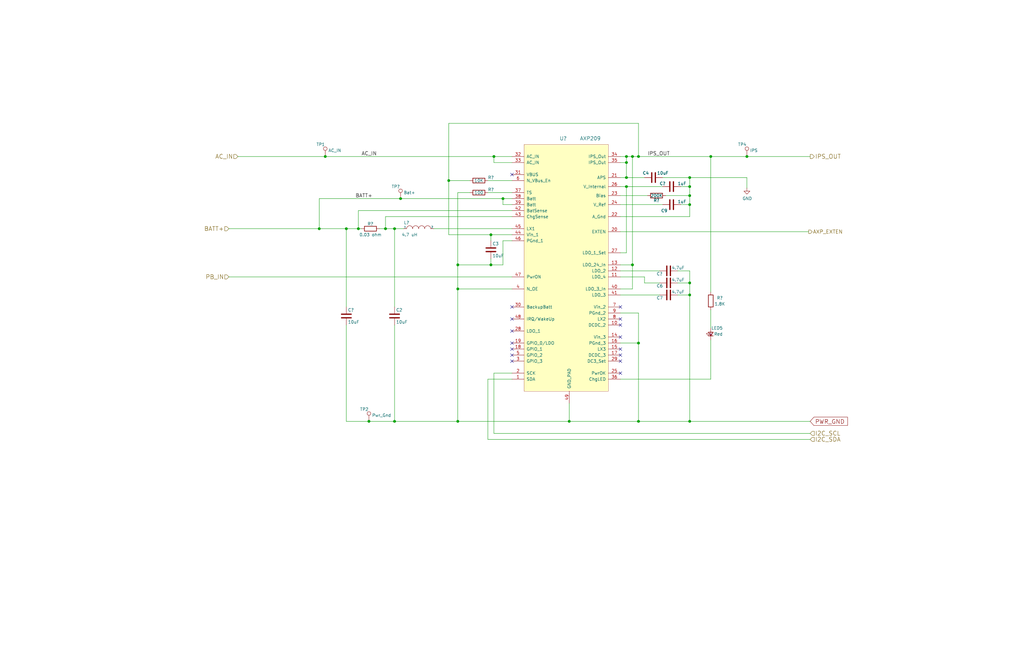
<source format=kicad_sch>
(kicad_sch (version 20211123) (generator eeschema)
  (paper "B")
  (title_block (title "ConnectBox CM4 for China Case ") (date "2022-07-24") (rev "1.8.4") (comment 1 "JRA"))
  (lib_symbols
    (symbol "Connector:TestPoint" (pin_numbers hide) (pin_names (offset 0.762) hide)
      (property "Reference" "TP" (at 0 6.858 0))
      (property "Value" "TestPoint" (at 0 5.08 0))
      (symbol "TestPoint_0_1"
        (circle (center 0 3.302) (radius 0.762))
      )
      (symbol "TestPoint_1_1"
        (pin passive line (at 0 0 90) (length 2.54) (name "1") (number "1"))
      )
    )
    (symbol "Custom_1:AXP209" (pin_names (offset 1.016))
      (property "Reference" "U" (at -6.35 40.64 0))
      (property "Value" "AXP209" (at 5.08 40.64 0))
      (symbol "AXP209_0_1"
        (rectangle (start -22.86 38.1) (end 12.7 -66.04) (stroke (width 0.0254)) (fill (type background)))
      )
      (symbol "AXP209_1_1"
        (pin input line (at -27.94 -60.96 0) (length 5.08) (name "SDA") (number "1"))
        (pin input line (at 17.78 -38.1 180) (length 5.08) (name "DCDC_2") (number "10"))
        (pin input line (at 17.78 -17.78 180) (length 5.08) (name "LDO_4") (number "11"))
        (pin input line (at 17.78 -15.24 180) (length 5.08) (name "LDO_2") (number "12"))
        (pin input line (at 17.78 -12.7 180) (length 5.08) (name "LDO_24_In") (number "13"))
        (pin input line (at 17.78 -43.18 180) (length 5.08) (name "Vin_3") (number "14"))
        (pin input line (at 17.78 -48.26 180) (length 5.08) (name "LX3") (number "15"))
        (pin input line (at 17.78 -45.72 180) (length 5.08) (name "PGnd_3") (number "16"))
        (pin input line (at 17.78 -50.8 180) (length 5.08) (name "DCDC_3") (number "17"))
        (pin input line (at -27.94 -48.26 0) (length 5.08) (name "GPIO_1") (number "18"))
        (pin input line (at -27.94 -45.72 0) (length 5.08) (name "GPIO_0/LDO") (number "19"))
        (pin input line (at -27.94 -58.42 0) (length 5.08) (name "SCK") (number "2"))
        (pin output line (at 17.78 1.27 180) (length 5.08) (name "EXTEN") (number "20"))
        (pin input line (at 17.78 24.13 180) (length 5.08) (name "APS") (number "21"))
        (pin input line (at 17.78 7.62 180) (length 5.08) (name "A_Gnd") (number "22"))
        (pin input line (at 17.78 16.51 180) (length 5.08) (name "Bias") (number "23"))
        (pin input line (at 17.78 12.7 180) (length 5.08) (name "V_Ref") (number "24"))
        (pin input line (at 17.78 -58.42 180) (length 5.08) (name "PwrOK") (number "25"))
        (pin input line (at 17.78 20.32 180) (length 5.08) (name "V_Internal") (number "26"))
        (pin input line (at 17.78 -7.62 180) (length 5.08) (name "LDO_1_Set") (number "27"))
        (pin input line (at -27.94 -40.64 0) (length 5.08) (name "LDO_1") (number "28"))
        (pin input line (at 17.78 -53.34 180) (length 5.08) (name "DC3_Set") (number "29"))
        (pin input line (at -27.94 -53.34 0) (length 5.08) (name "GPIO_3") (number "3"))
        (pin input line (at -27.94 -30.48 0) (length 5.08) (name "BackupBatt") (number "30"))
        (pin input line (at -27.94 25.4 0) (length 5.08) (name "VBUS") (number "31"))
        (pin input line (at -27.94 33.02 0) (length 5.08) (name "AC_IN") (number "32"))
        (pin input line (at -27.94 30.48 0) (length 5.08) (name "AC_IN") (number "33"))
        (pin input line (at 17.78 33.02 180) (length 5.08) (name "IPS_Out") (number "34"))
        (pin input line (at 17.78 30.48 180) (length 5.08) (name "IPS_Out") (number "35"))
        (pin input line (at 17.78 -60.96 180) (length 5.08) (name "ChgLED") (number "36"))
        (pin input line (at -27.94 17.78 0) (length 5.08) (name "TS") (number "37"))
        (pin input line (at -27.94 15.24 0) (length 5.08) (name "Batt") (number "38"))
        (pin input line (at -27.94 12.7 0) (length 5.08) (name "Batt") (number "39"))
        (pin input line (at -27.94 -22.86 0) (length 5.08) (name "N_OE") (number "4"))
        (pin input line (at 17.78 -22.86 180) (length 5.08) (name "LDO_3_In") (number "40"))
        (pin input line (at 17.78 -25.4 180) (length 5.08) (name "LDO_3") (number "41"))
        (pin input line (at -27.94 10.16 0) (length 5.08) (name "BatSense") (number "42"))
        (pin input line (at -27.94 7.62 0) (length 5.08) (name "ChgSense") (number "43"))
        (pin input line (at -27.94 0 0) (length 5.08) (name "Vin_1") (number "44"))
        (pin input line (at -27.94 2.54 0) (length 5.08) (name "LX1") (number "45"))
        (pin input line (at -27.94 -2.54 0) (length 5.08) (name "PGnd_1") (number "46"))
        (pin input line (at -27.94 -17.78 0) (length 5.08) (name "PwrON") (number "47"))
        (pin input line (at -27.94 -35.56 0) (length 5.08) (name "IRQ/WakeUp") (number "48"))
        (pin input line (at -3.81 -71.12 90) (length 5.08) (name "GND_PAD") (number "49"))
        (pin input line (at -27.94 -50.8 0) (length 5.08) (name "GPIO_2") (number "5"))
        (pin input line (at -27.94 22.86 0) (length 5.08) (name "N_VBus_En") (number "6"))
        (pin input line (at 17.78 -30.48 180) (length 5.08) (name "Vin_2") (number "7"))
        (pin input line (at 17.78 -35.56 180) (length 5.08) (name "LX2") (number "8"))
        (pin input line (at 17.78 -33.02 180) (length 5.08) (name "PGnd_2") (number "9"))
      )
    )
    (symbol "Custom_1:INDUCTOR" (pin_numbers hide) (pin_names (offset 0))
      (property "Reference" "L" (at 0 2.54 0))
      (property "Value" "INDUCTOR" (at 0 -1.27 0))
      (symbol "INDUCTOR_0_1"
        (arc (start -2.54 0) (mid -3.81 1.27) (end -5.08 0))
        (arc (start 0 0) (mid -1.27 1.27) (end -2.54 0))
        (arc (start 2.54 0) (mid 1.27 1.27) (end 0 0))
        (arc (start 5.08 0) (mid 3.81 1.27) (end 2.54 0))
      )
      (symbol "INDUCTOR_1_1"
        (pin input line (at -6.35 0 0) (length 1.27) (name "1") (number "1"))
        (pin input line (at 6.35 0 180) (length 1.27) (name "2") (number "2"))
      )
    )
    (symbol "Device:C" (pin_numbers hide) (pin_names (offset 0.254))
      (property "Reference" "C" (at 0.635 2.54 0))
      (property "Value" "C" (at 0.635 -2.54 0))
      (symbol "C_0_1"
        (polyline (pts (xy -2.032 -0.762) (xy 2.032 -0.762)) (stroke (width 0.508)))
        (polyline (pts (xy -2.032 0.762) (xy 2.032 0.762)) (stroke (width 0.508)))
      )
      (symbol "C_1_1"
        (pin passive line (at 0 3.81 270) (length 2.794) (name "~") (number "1"))
        (pin passive line (at 0 -3.81 90) (length 2.794) (name "~") (number "2"))
      )
    )
    (symbol "Device:LED_Small" (pin_numbers hide) (pin_names (offset 0.254) hide)
      (property "Reference" "D" (at -1.27 3.175 0))
      (property "Value" "LED_Small" (at -4.445 -2.54 0))
      (symbol "LED_Small_0_1"
        (polyline (pts (xy -0.762 -1.016) (xy -0.762 1.016)) (stroke (width 0.254)))
        (polyline (pts (xy 1.016 0) (xy -0.762 0)))
        (polyline (pts (xy 0.762 -1.016) (xy -0.762 0) (xy 0.762 1.016) (xy 0.762 -1.016)) (stroke (width 0.254)))
        (polyline (pts (xy 0 0.762) (xy -0.508 1.27) (xy -0.254 1.27) (xy -0.508 1.27) (xy -0.508 1.016)))
        (polyline (pts (xy 0.508 1.27) (xy 0 1.778) (xy 0.254 1.778) (xy 0 1.778) (xy 0 1.524)))
      )
      (symbol "LED_Small_1_1"
        (pin passive line (at -2.54 0 0) (length 1.778) (name "K") (number "1"))
        (pin passive line (at 2.54 0 180) (length 1.778) (name "A") (number "2"))
      )
    )
    (symbol "Device:R" (pin_numbers hide) (pin_names (offset 0))
      (property "Reference" "R" (at 2.032 0 90))
      (property "Value" "R" (at 0 0 90))
      (symbol "R_0_1"
        (rectangle (start -1.016 -2.54) (end 1.016 2.54) (stroke (width 0.254)))
      )
      (symbol "R_1_1"
        (pin passive line (at 0 3.81 270) (length 1.27) (name "~") (number "1"))
        (pin passive line (at 0 -3.81 90) (length 1.27) (name "~") (number "2"))
      )
    )
    (symbol "power:GND" (power) (pin_names (offset 0))
      (property "Value" "GND" (at 0 -3.81 0))
      (symbol "GND_0_1"
        (polyline (pts (xy 0 0) (xy 0 -1.27) (xy 1.27 -1.27) (xy 0 -2.54) (xy -1.27 -1.27) (xy 0 -1.27)))
      )
      (symbol "GND_1_1"
        (pin power_in line (at 0 0 270) (length 0) hide (name "GND") (number "1"))
      )
    )
  )
  (junction (at 264.16 68.58) (diameter 1.016))
  (junction (at 290.83 78.74) (diameter 1.016))
  (junction (at 266.7 66.04) (diameter 1.016))
  (junction (at 166.37 177.8) (diameter 1.016))
  (junction (at 290.83 124.46) (diameter 1.016))
  (junction (at 162.56 96.52) (diameter 1.016))
  (junction (at 193.04 177.8) (diameter 1.016))
  (junction (at 264.16 78.74) (diameter 1.016))
  (junction (at 155.575 177.8) (diameter 1.016))
  (junction (at 134.62 96.52) (diameter 1.016))
  (junction (at 266.7 111.76) (diameter 1.016))
  (junction (at 290.83 119.38) (diameter 1.016))
  (junction (at 212.09 83.82) (diameter 1.016))
  (junction (at 269.24 66.04) (diameter 1.016))
  (junction (at 189.23 76.2) (diameter 1.016))
  (junction (at 290.83 177.8) (diameter 1.016))
  (junction (at 207.01 99.06) (diameter 1.016))
  (junction (at 264.16 66.04) (diameter 1.016))
  (junction (at 137.16 66.04) (diameter 1.016))
  (junction (at 290.83 74.93) (diameter 1.016))
  (junction (at 240.03 177.8) (diameter 1.016))
  (junction (at 290.83 82.55) (diameter 1.016))
  (junction (at 299.72 66.04) (diameter 1.016))
  (junction (at 166.37 96.52) (diameter 1.016))
  (junction (at 264.16 74.93) (diameter 1.016))
  (junction (at 207.01 111.76) (diameter 1.016))
  (junction (at 208.28 66.04) (diameter 1.016))
  (junction (at 269.24 177.8) (diameter 1.016))
  (junction (at 151.13 96.52) (diameter 1.016))
  (junction (at 269.24 144.78) (diameter 1.016))
  (junction (at 168.91 83.82) (diameter 1.016))
  (junction (at 193.04 121.92) (diameter 1.016))
  (junction (at 193.04 111.76) (diameter 1.016))
  (junction (at 290.83 86.36) (diameter 1.016))
  (junction (at 146.05 96.52) (diameter 1.016))
  (junction (at 314.96 66.04) (diameter 1.016))
  (no_connect (at 215.9 129.54))
  (no_connect (at 261.62 134.62))
  (no_connect (at 261.62 142.24))
  (no_connect (at 215.9 73.66))
  (no_connect (at 215.9 149.86))
  (no_connect (at 261.62 147.32))
  (no_connect (at 261.62 129.54))
  (no_connect (at 215.9 144.78))
  (no_connect (at 215.9 147.32))
  (no_connect (at 215.9 139.7))
  (no_connect (at 261.62 157.48))
  (no_connect (at 261.62 152.4))
  (no_connect (at 261.62 137.16))
  (no_connect (at 215.9 152.4))
  (no_connect (at 215.9 134.62))
  (no_connect (at 261.62 149.86))
  (wire (pts (xy 151.13 88.9) (xy 215.9 88.9)))
  (wire (pts (xy 134.62 83.82) (xy 168.91 83.82)))
  (wire (pts (xy 146.05 129.54) (xy 146.05 96.52)))
  (wire (pts (xy 212.09 111.76) (xy 207.01 111.76)))
  (wire (pts (xy 193.04 121.92) (xy 215.9 121.92)))
  (wire (pts (xy 208.28 66.04) (xy 215.9 66.04)))
  (wire (pts (xy 207.01 111.76) (xy 193.04 111.76)))
  (wire (pts (xy 261.62 116.84) (xy 271.78 116.84)))
  (wire (pts (xy 266.7 121.92) (xy 261.62 121.92)))
  (wire (pts (xy 215.9 101.6) (xy 212.09 101.6)))
  (wire (pts (xy 261.62 78.74) (xy 264.16 78.74)))
  (wire (pts (xy 299.72 130.81) (xy 299.72 138.43)))
  (wire (pts (xy 264.16 68.58) (xy 264.16 74.93)))
  (wire (pts (xy 271.78 116.84) (xy 271.78 119.38)))
  (wire (pts (xy 189.23 52.07) (xy 189.23 76.2)))
  (wire (pts (xy 215.9 68.58) (xy 208.28 68.58)))
  (wire (pts (xy 261.62 106.68) (xy 264.16 106.68)))
  (wire (pts (xy 198.12 81.28) (xy 193.04 81.28)))
  (wire (pts (xy 155.575 177.8) (xy 146.05 177.8)))
  (wire (pts (xy 166.37 177.8) (xy 155.575 177.8)))
  (wire (pts (xy 193.04 81.28) (xy 193.04 111.76)))
  (wire (pts (xy 290.83 74.93) (xy 314.96 74.93)))
  (wire (pts (xy 314.96 74.93) (xy 314.96 79.375)))
  (wire (pts (xy 279.4 86.36) (xy 261.62 86.36)))
  (wire (pts (xy 261.62 91.44) (xy 290.83 91.44)))
  (wire (pts (xy 290.83 119.38) (xy 290.83 124.46)))
  (wire (pts (xy 193.04 121.92) (xy 193.04 177.8)))
  (wire (pts (xy 279.4 74.93) (xy 290.83 74.93)))
  (wire (pts (xy 269.24 177.8) (xy 240.03 177.8)))
  (wire (pts (xy 285.75 114.3) (xy 290.83 114.3)))
  (wire (pts (xy 162.56 91.44) (xy 162.56 96.52)))
  (wire (pts (xy 269.24 177.8) (xy 290.83 177.8)))
  (wire (pts (xy 261.62 82.55) (xy 273.05 82.55)))
  (wire (pts (xy 299.72 66.04) (xy 299.72 123.19)))
  (wire (pts (xy 285.75 124.46) (xy 290.83 124.46)))
  (wire (pts (xy 96.52 96.52) (xy 134.62 96.52)))
  (wire (pts (xy 162.56 96.52) (xy 166.37 96.52)))
  (wire (pts (xy 264.16 74.93) (xy 271.78 74.93)))
  (wire (pts (xy 205.74 76.2) (xy 215.9 76.2)))
  (wire (pts (xy 208.28 157.48) (xy 208.28 182.88)))
  (wire (pts (xy 208.28 182.88) (xy 341.63 182.88)))
  (wire (pts (xy 215.9 157.48) (xy 208.28 157.48)))
  (wire (pts (xy 189.23 76.2) (xy 189.23 99.06)))
  (wire (pts (xy 151.13 96.52) (xy 151.13 88.9)))
  (wire (pts (xy 261.62 114.3) (xy 278.13 114.3)))
  (wire (pts (xy 290.83 86.36) (xy 287.02 86.36)))
  (wire (pts (xy 166.37 177.8) (xy 193.04 177.8)))
  (wire (pts (xy 290.83 78.74) (xy 290.83 82.55)))
  (wire (pts (xy 207.01 111.76) (xy 207.01 109.22)))
  (wire (pts (xy 290.83 74.93) (xy 290.83 78.74)))
  (wire (pts (xy 269.24 52.07) (xy 269.24 66.04)))
  (wire (pts (xy 290.83 78.74) (xy 287.02 78.74)))
  (wire (pts (xy 266.7 111.76) (xy 266.7 121.92)))
  (wire (pts (xy 198.12 76.2) (xy 189.23 76.2)))
  (wire (pts (xy 207.01 99.06) (xy 215.9 99.06)))
  (wire (pts (xy 290.83 124.46) (xy 290.83 177.8)))
  (wire (pts (xy 205.74 81.28) (xy 215.9 81.28)))
  (wire (pts (xy 261.62 111.76) (xy 266.7 111.76)))
  (wire (pts (xy 290.83 114.3) (xy 290.83 119.38)))
  (wire (pts (xy 261.62 124.46) (xy 278.13 124.46)))
  (wire (pts (xy 137.16 66.04) (xy 208.28 66.04)))
  (wire (pts (xy 269.24 66.04) (xy 299.72 66.04)))
  (wire (pts (xy 168.91 83.82) (xy 212.09 83.82)))
  (wire (pts (xy 266.7 66.04) (xy 266.7 111.76)))
  (wire (pts (xy 151.13 96.52) (xy 152.4 96.52)))
  (wire (pts (xy 100.33 66.04) (xy 137.16 66.04)))
  (wire (pts (xy 189.23 52.07) (xy 269.24 52.07)))
  (wire (pts (xy 290.83 82.55) (xy 290.83 86.36)))
  (wire (pts (xy 264.16 106.68) (xy 264.16 78.74)))
  (wire (pts (xy 215.9 116.84) (xy 96.52 116.84)))
  (wire (pts (xy 166.37 96.52) (xy 166.37 129.54)))
  (wire (pts (xy 261.62 74.93) (xy 264.16 74.93)))
  (wire (pts (xy 166.37 96.52) (xy 170.18 96.52)))
  (wire (pts (xy 261.62 160.02) (xy 299.72 160.02)))
  (wire (pts (xy 193.04 177.8) (xy 240.03 177.8)))
  (wire (pts (xy 212.09 83.82) (xy 215.9 83.82)))
  (wire (pts (xy 290.83 82.55) (xy 280.67 82.55)))
  (wire (pts (xy 208.28 68.58) (xy 208.28 66.04)))
  (wire (pts (xy 134.62 96.52) (xy 146.05 96.52)))
  (wire (pts (xy 212.09 101.6) (xy 212.09 111.76)))
  (wire (pts (xy 299.72 143.51) (xy 299.72 160.02)))
  (wire (pts (xy 146.05 137.16) (xy 146.05 177.8)))
  (wire (pts (xy 215.9 91.44) (xy 162.56 91.44)))
  (wire (pts (xy 271.78 119.38) (xy 278.13 119.38)))
  (wire (pts (xy 269.24 132.08) (xy 269.24 144.78)))
  (wire (pts (xy 264.16 66.04) (xy 261.62 66.04)))
  (wire (pts (xy 160.02 96.52) (xy 162.56 96.52)))
  (wire (pts (xy 290.83 86.36) (xy 290.83 91.44)))
  (wire (pts (xy 264.16 66.04) (xy 264.16 68.58)))
  (wire (pts (xy 269.24 144.78) (xy 269.24 177.8)))
  (wire (pts (xy 261.62 97.79) (xy 340.995 97.79)))
  (wire (pts (xy 290.83 177.8) (xy 341.63 177.8)))
  (wire (pts (xy 269.24 66.04) (xy 266.7 66.04)))
  (wire (pts (xy 193.04 111.76) (xy 193.04 121.92)))
  (wire (pts (xy 299.72 66.04) (xy 314.96 66.04)))
  (wire (pts (xy 314.96 66.04) (xy 341.63 66.04)))
  (wire (pts (xy 212.09 86.36) (xy 215.9 86.36)))
  (wire (pts (xy 207.01 101.6) (xy 207.01 99.06)))
  (wire (pts (xy 189.23 99.06) (xy 207.01 99.06)))
  (wire (pts (xy 285.75 119.38) (xy 290.83 119.38)))
  (wire (pts (xy 266.7 66.04) (xy 264.16 66.04)))
  (wire (pts (xy 240.03 177.8) (xy 240.03 170.18)))
  (wire (pts (xy 212.09 83.82) (xy 212.09 86.36)))
  (wire (pts (xy 134.62 83.82) (xy 134.62 96.52)))
  (wire (pts (xy 182.88 96.52) (xy 215.9 96.52)))
  (wire (pts (xy 261.62 68.58) (xy 264.16 68.58)))
  (wire (pts (xy 261.62 144.78) (xy 269.24 144.78)))
  (wire (pts (xy 205.74 160.02) (xy 215.9 160.02)))
  (wire (pts (xy 205.74 185.42) (xy 205.74 160.02)))
  (wire (pts (xy 341.63 185.42) (xy 205.74 185.42)))
  (wire (pts (xy 166.37 177.8) (xy 166.37 137.16)))
  (wire (pts (xy 264.16 78.74) (xy 279.4 78.74)))
  (wire (pts (xy 146.05 96.52) (xy 151.13 96.52)))
  (wire (pts (xy 261.62 132.08) (xy 269.24 132.08)))
  (label "BATT+" (at 149.86 83.82 0) (effects (font (size 1.524 1.524))))
  (label "IPS_OUT" (at 273.05 66.04 0) (effects (font (size 1.524 1.524))))
  (label "AC_IN" (at 152.4 66.04 0) (effects (font (size 1.524 1.524))))
  (global_label "PWR_GND" (shape input) (at 341.63 177.8 0) (effects (font (size 1.778 1.778))) (property "Intersheet References" "${INTERSHEET_REFS}" (effects hide)))
  (hierarchical_label "I2C_SCL" (shape input) (at 341.63 182.88 0) (effects (font (size 1.778 1.778))))
  (hierarchical_label "PB_IN" (shape input) (at 96.52 116.84 180) (effects (font (size 1.778 1.778))))
  (hierarchical_label "I2C_SDA" (shape input) (at 341.63 185.42 0) (effects (font (size 1.778 1.778))))
  (hierarchical_label "AXP_EXTEN" (shape output) (at 340.995 97.79 0) (effects (font (size 1.524 1.524))))
  (hierarchical_label "IPS_OUT" (shape output) (at 341.63 66.04 0) (effects (font (size 1.778 1.778))))
  (hierarchical_label "AC_IN" (shape input) (at 100.33 66.04 180) (effects (font (size 1.778 1.778))))
  (hierarchical_label "BATT+" (shape input) (at 96.52 96.52 180) (effects (font (size 1.778 1.778))))
  (symbol (lib_id "Device:C") (at 146.05 133.35 0) (unit 1)
    (property "Reference" "C?" (at 146.685 130.81 0) (effects (justify left)))
    (property "Value" "10uF" (at 146.685 135.89 0) (effects (justify left)))
    (property "Footprint" "Capacitor_SMD:C_0603_1608Metric" (effects hide))
    (property "Manufacturer" "Samsung Electro-Mechanics" (effects hide))
    (property "Manufacturer P/N" "C0603C106M9PACTU" (effects hide))
    (property "Description" "CAP CER 10UF 6.3V X5R 0603" (effects hide))
    (property "DigiKey P/N" "399-C0603C106M9PAC7867CT-ND" (effects hide))
    (property "Type" "SMD" (effects hide))
  )
  (symbol (lib_id "Device:R") (at 156.21 96.52 90) (unit 1)
    (property "Reference" "R?" (at 156.21 94.488 90))
    (property "Value" "0.03 ohm" (at 156.21 99.06 90))
    (property "Footprint" "Resistor_SMD:R_0603_1608Metric" (effects hide))
    (property "Manufacturer" "Panasonic Electronic Components" (effects hide))
    (property "Manufacturer P/N" "ERJ-3BWFR030V" (effects hide))
    (property "Description" "RES 0.03 OHM 1% 1/3W 0603" (effects hide))
    (property "DigiKey P/N" "P17466CT-ND" (effects hide))
    (property "Type" "SMD" (effects hide))
  )
  (symbol (lib_id "Device:R") (at 201.93 81.28 270) (unit 1)
    (property "Reference" "R?" (at 207.01 80.01 90))
    (property "Value" "100" (at 201.93 81.28 90))
    (property "Footprint" "Resistor_SMD:R_0603_1608Metric" (effects hide))
    (property "Manufacturer" "Yageo" (effects hide))
    (property "Manufacturer P/N" "RC06-3FR-07100RL" (effects hide))
    (property "Description" "RES SMD 100 OHM 1% 1/8W 0603" (effects hide))
    (property "DigiKey P/N" "311-100HRCT-ND" (effects hide))
    (property "Type" "SMD" (effects hide))
  )
  (symbol (lib_id "Device:R") (at 201.93 76.2 270) (unit 1)
    (property "Reference" "R?" (at 207.01 74.93 90))
    (property "Value" "10K" (at 201.93 76.2 90))
    (property "Footprint" "Resistor_SMD:R_0603_1608Metric" (effects hide))
    (property "Manufacturer" "Yageo" (effects hide))
    (property "Manufacturer P/N" "RC0603FR-0710KL" (effects hide))
    (property "Description" "RES SMD 10K OHM 1% 1/8W 0603" (effects hide))
    (property "DigiKey P/N" "311-10.0KHRCT-ND" (effects hide))
    (property "Type" "SMD" (effects hide))
  )
  (symbol (lib_id "Device:R") (at 276.86 82.55 270) (unit 1)
    (property "Reference" "R?" (at 276.86 84.582 90))
    (property "Value" "200K" (at 276.86 82.55 90))
    (property "Footprint" "Resistor_SMD:R_0603_1608Metric" (effects hide))
    (property "Manufacturer" "Yageo" (effects hide))
    (property "Manufacturer P/N" "RC0603FR-07200KL" (effects hide))
    (property "Description" "RES SMD 200K OHM 1% 1/8W 0603" (effects hide))
    (property "DigiKey P/N" "311-200KHRCT-ND" (effects hide))
    (property "Type" "SMD" (effects hide))
  )
  (symbol (lib_id "Device:C") (at 283.21 78.74 270) (unit 1)
    (property "Reference" "C?" (at 278.13 77.47 90) (effects (justify left)))
    (property "Value" "1uF" (at 285.75 77.47 90) (effects (justify left)))
    (property "Footprint" "Capacitor_SMD:C_0603_1608Metric" (effects hide))
    (property "Manufacturer" "Samsung" (effects hide))
    (property "Manufacturer P/N" "CL10A105KQ8NNNC‎" (effects hide))
    (property "Description" "CAP CER 1UF 6.3V X5R 0603" (effects hide))
    (property "DigiKey P/N" "1276-1036-1-ND" (effects hide))
    (property "Type" "SMD" (effects hide))
  )
  (symbol (lib_id "Custom_1:AXP209") (at 243.84 99.06 0) (unit 1)
    (property "Reference" "U?" (at 237.49 58.42 0) (effects (font (size 1.524 1.524))))
    (property "Value" "AXP209" (at 248.92 58.42 0) (effects (font (size 1.524 1.524))))
    (property "Footprint" "CustomComponents:UQFN-48-1EP_6x6mm_Pitch0.4mm_75" (effects hide))
    (property "Manufacturer" "X-Powers" (effects hide))
    (property "Manufacturer P/N" "AXP209" (effects hide))
    (property "Description" "Enhanced single Cell Li-Battery and Power System Management IC" (effects hide))
    (property "DigiKey P/N" "[none - from AliExpress]" (effects hide))
    (property "Type" "SMD" (effects hide))
  )
  (symbol (lib_id "Device:C") (at 281.94 114.3 270) (unit 1)
    (property "Reference" "C?" (at 276.86 115.57 90) (effects (justify left)))
    (property "Value" "4.7uF" (at 283.21 113.03 90) (effects (justify left)))
    (property "Footprint" "Capacitor_SMD:C_0603_1608Metric" (effects hide))
    (property "Manufacturer" "KEMET" (effects hide))
    (property "Manufacturer P/N" "C0603C475K9PACTU" (effects hide))
    (property "Description" "CAP CER 4.7UF 6.3V X5R 0603" (effects hide))
    (property "DigiKey P/N" "399-3482-1-ND" (effects hide))
    (property "Type" "SMD" (effects hide))
  )
  (symbol (lib_id "Custom_1:INDUCTOR") (at 176.53 96.52 0) (unit 1)
    (property "Reference" "L?" (at 171.45 93.98 0))
    (property "Value" "4.7 uH" (at 172.72 99.06 0))
    (property "Footprint" "CustomComponents:INDUCTOR_SMD_6x6-1" (effects hide))
    (property "Manufacturer" "Taiyo Yuden" (effects hide))
    (property "Manufacturer P/N" "NR6028T4R7M" (effects hide))
    (property "Description" "FIXED IND 4.7UH 3A 40.3 MOHM SMD" (effects hide))
    (property "DigiKey P/N" "587-2100-1-ND" (effects hide))
    (property "Type" "SMD" (effects hide))
  )
  (symbol (lib_id "Connector:TestPoint") (at 168.91 83.82 0) (unit 1)
    (property "Reference" "TP?" (at 165.1 78.74 0) (effects (justify left)))
    (property "Value" "Bat+" (at 170.18 81.28 0) (effects (justify left)))
    (property "Footprint" "TestPoint:TestPoint_THTPad_D1.5mm_Drill0.7mm" (effects hide))
  )
  (symbol (lib_id "Device:R") (at 299.72 127 0) (unit 1)
    (property "Reference" "R?" (at 303.53 125.73 0))
    (property "Value" "1.8K" (at 303.53 128.27 0))
    (property "Footprint" "Resistor_SMD:R_0603_1608Metric" (effects hide))
    (property "Manufacturer" "Yageo" (effects hide))
    (property "Manufacturer P/N" "RC0603FR-071K8L" (effects hide))
    (property "Description" "RES SMD 1.8K OHM 1% 1/8W 0603" (effects hide))
    (property "DigiKey P/N" "311-1.80KHRCT-ND" (effects hide))
    (property "Type" "SMD" (effects hide))
  )
  (symbol (lib_id "Connector:TestPoint") (at 137.16 66.04 0) (unit 1)
    (property "Reference" "TP1" (at 133.35 60.96 0) (effects (justify left)))
    (property "Value" "AC_IN" (at 138.43 63.5 0) (effects (justify left)))
    (property "Footprint" "TestPoint:TestPoint_THTPad_D1.5mm_Drill0.7mm" (effects hide))
  )
  (symbol (lib_id "Device:C") (at 207.01 105.41 0) (unit 1)
    (property "Reference" "C3" (at 207.645 102.87 0) (effects (justify left)))
    (property "Value" "10uF" (at 207.645 107.95 0) (effects (justify left)))
    (property "Footprint" "Capacitor_SMD:C_0603_1608Metric" (effects hide))
    (property "Manufacturer" "Samsung Electro-Mechanics" (effects hide))
    (property "Manufacturer P/N" "C0603C106M9PACTU" (effects hide))
    (property "Description" "CAP CER 10UF 6.3V X5R 0603" (effects hide))
    (property "DigiKey P/N" "399-C0603C106M9PAC7867CT-ND" (effects hide))
    (property "Type" "SMD" (effects hide))
  )
  (symbol (lib_id "Device:C") (at 281.94 119.38 270) (unit 1)
    (property "Reference" "C6" (at 276.86 120.65 90) (effects (justify left)))
    (property "Value" "4.7uF" (at 283.21 118.11 90) (effects (justify left)))
    (property "Footprint" "Capacitor_SMD:C_0603_1608Metric" (effects hide))
    (property "Manufacturer" "KEMET" (effects hide))
    (property "Manufacturer P/N" "C0603C475K9PACTU" (effects hide))
    (property "Description" "CAP CER 4.7UF 6.3V X5R 0603" (effects hide))
    (property "DigiKey P/N" "399-3482-1-ND" (effects hide))
    (property "Type" "SMD" (effects hide))
  )
  (symbol (lib_id "Device:LED_Small") (at 299.72 140.97 90) (unit 1)
    (property "Reference" "LED5" (at 304.8 138.43 90) (effects (justify left)))
    (property "Value" "Red" (at 304.8 140.97 90) (effects (justify left)))
    (property "Footprint" "LED_SMD:LED_0603_1608Metric" (effects hide))
    (property "Datasheet" "~" (at 299.72 140.97 90))
    (property "Manufacturer" "Lite-On Inc." (effects hide))
    (property "Manufacturer P/N" "LTST-C191KRKT" (effects hide))
    (property "Description" "LED RED CLEAR 0603 SMD" (effects hide))
    (property "DigiKey P/N" "160-1447-1-ND" (effects hide))
    (property "Type" "SMD" (effects hide))
  )
  (symbol (lib_id "power:GND") (at 314.96 79.375 0) (unit 1)
    (property "Reference" "#PWR01" (effects hide))
    (property "Value" "GND" (at 315.087 83.7692 0))
  )
  (symbol (lib_id "Device:C") (at 283.21 86.36 270) (unit 1)
    (property "Reference" "C9" (at 278.765 88.9 90) (effects (justify left)))
    (property "Value" "1uF" (at 285.75 85.09 90) (effects (justify left)))
    (property "Footprint" "Capacitor_SMD:C_0603_1608Metric" (effects hide))
    (property "Manufacturer" "Samsung" (effects hide))
    (property "Manufacturer P/N" "CL10A105KQ8NNNC‎" (effects hide))
    (property "Description" "CAP CER 1UF 6.3V X5R 0603" (effects hide))
    (property "DigiKey P/N" "1276-1036-1-ND" (effects hide))
    (property "Type" "SMD" (effects hide))
  )
  (symbol (lib_id "Connector:TestPoint") (at 314.96 66.04 0) (unit 1)
    (property "Reference" "TP4" (at 311.15 60.96 0) (effects (justify left)))
    (property "Value" "IPS" (at 316.23 63.5 0) (effects (justify left)))
    (property "Footprint" "TestPoint:TestPoint_THTPad_D1.5mm_Drill0.7mm" (effects hide))
  )
  (symbol (lib_id "Device:C") (at 275.59 74.93 90) (unit 1)
    (property "Reference" "C4" (at 273.685 73.025 90) (effects (justify left)))
    (property "Value" "10uF" (at 281.94 73.025 90) (effects (justify left)))
    (property "Footprint" "Capacitor_SMD:C_0603_1608Metric" (effects hide))
    (property "Manufacturer" "Samsung Electro-Mechanics" (effects hide))
    (property "Manufacturer P/N" "C0603C106M9PACTU" (effects hide))
    (property "Description" "CAP CER 10UF 6.3V X5R 0603" (effects hide))
    (property "DigiKey P/N" "399-C0603C106M9PAC7867CT-ND" (effects hide))
    (property "Type" "SMD" (effects hide))
  )
  (symbol (lib_id "Device:C") (at 166.37 133.35 0) (unit 1)
    (property "Reference" "C2" (at 167.005 130.81 0) (effects (justify left)))
    (property "Value" "10uF" (at 167.005 135.89 0) (effects (justify left)))
    (property "Footprint" "Capacitor_SMD:C_0603_1608Metric" (effects hide))
    (property "Manufacturer" "Samsung Electro-Mechanics" (effects hide))
    (property "Manufacturer P/N" "C0603C106M9PACTU" (effects hide))
    (property "Description" "CAP CER 10UF 6.3V X5R 0603" (effects hide))
    (property "DigiKey P/N" "399-C0603C106M9PAC7867CT-ND" (effects hide))
    (property "Type" "SMD" (effects hide))
  )
  (symbol (lib_id "Device:C") (at 281.94 124.46 270) (unit 1)
    (property "Reference" "C7" (at 276.86 125.73 90) (effects (justify left)))
    (property "Value" "4.7uF" (at 283.21 123.19 90) (effects (justify left)))
    (property "Footprint" "Capacitor_SMD:C_0603_1608Metric" (effects hide))
    (property "Manufacturer" "KEMET" (effects hide))
    (property "Manufacturer P/N" "C0603C475K9PACTU" (effects hide))
    (property "Description" "CAP CER 4.7UF 6.3V X5R 0603" (effects hide))
    (property "DigiKey P/N" "399-3482-1-ND" (effects hide))
    (property "Type" "SMD" (effects hide))
  )
  (symbol (lib_id "Connector:TestPoint") (at 155.575 177.8 0) (unit 1)
    (property "Reference" "TP2" (at 151.765 172.72 0) (effects (justify left)))
    (property "Value" "Pwr_Gnd" (at 156.845 175.26 0) (effects (justify left)))
    (property "Footprint" "TestPoint:TestPoint_THTPad_D1.5mm_Drill0.7mm" (effects hide))
  )
)
</source>
